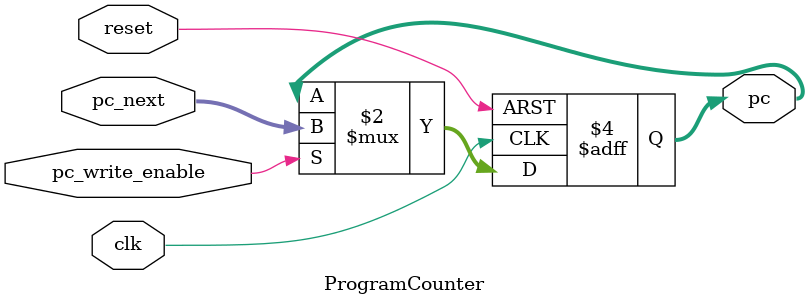
<source format=sv>
module ProgramCounter (
    input logic clk,
    input logic reset,
    input logic pc_write_enable,        // for stalling
    input logic [63:0] pc_next,         // from PC mux
    output logic [63:0] pc              // current PC
);

    always_ff @(posedge clk or posedge reset) begin
        if (reset)
            pc <= 64'd0;                // start address
        else if (pc_write_enable)
            pc <= pc_next;              // update PC
        // else: hold value (stall)
    end

endmodule

</source>
